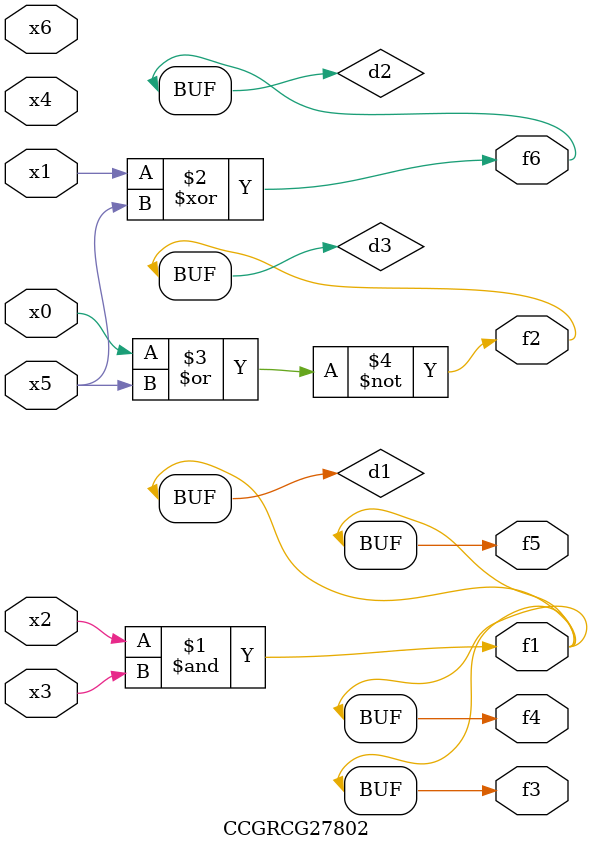
<source format=v>
module CCGRCG27802(
	input x0, x1, x2, x3, x4, x5, x6,
	output f1, f2, f3, f4, f5, f6
);

	wire d1, d2, d3;

	and (d1, x2, x3);
	xor (d2, x1, x5);
	nor (d3, x0, x5);
	assign f1 = d1;
	assign f2 = d3;
	assign f3 = d1;
	assign f4 = d1;
	assign f5 = d1;
	assign f6 = d2;
endmodule

</source>
